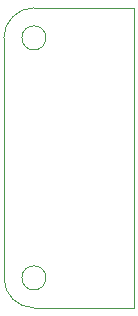
<source format=gbr>
%TF.GenerationSoftware,KiCad,Pcbnew,(6.0.5)*%
%TF.CreationDate,2022-06-17T13:24:52+08:00*%
%TF.ProjectId,JLINK_MINI_ADAPTER,4a4c494e-4b5f-44d4-994e-495f41444150,rev?*%
%TF.SameCoordinates,PX853a720PY66f2fb0*%
%TF.FileFunction,Profile,NP*%
%FSLAX46Y46*%
G04 Gerber Fmt 4.6, Leading zero omitted, Abs format (unit mm)*
G04 Created by KiCad (PCBNEW (6.0.5)) date 2022-06-17 13:24:52*
%MOMM*%
%LPD*%
G01*
G04 APERTURE LIST*
%TA.AperFunction,Profile*%
%ADD10C,0.100000*%
%TD*%
G04 APERTURE END LIST*
D10*
X11049000Y0D02*
X11049000Y25400000D01*
X11049000Y25400000D02*
X2540000Y25400000D01*
X2540000Y25400000D02*
G75*
G03*
X0Y22860000I0J-2540000D01*
G01*
X3556000Y22860000D02*
G75*
G03*
X3556000Y22860000I-1016000J0D01*
G01*
X0Y2540000D02*
G75*
G03*
X2540000Y0I2540000J0D01*
G01*
X2540000Y0D02*
X11049000Y0D01*
X0Y22860000D02*
X0Y2540000D01*
X3556000Y2540000D02*
G75*
G03*
X3556000Y2540000I-1016000J0D01*
G01*
M02*

</source>
